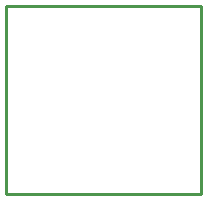
<source format=gbr>
G04 start of page 10 for group 9 layer_idx 6 *
G04 Title: (unknown), global_outline *
G04 Creator: <version>
G04 CreationDate: <date>
G04 For: TEST *
G04 Format: Gerber/RS-274X *
G04 PCB-Dimensions: 65000 62500 *
G04 PCB-Coordinate-Origin: lower left *
%MOIN*%
%FSLAX25Y25*%
%LNGLOBAL_BOUNDARY_UROUTE_9*%
%ADD25C,0.0100*%
G54D25*X0Y62500D02*Y0D01*
Y62500D02*X65000D01*
X0Y0D02*X65000D01*
Y62500D02*Y0D01*
M02*

</source>
